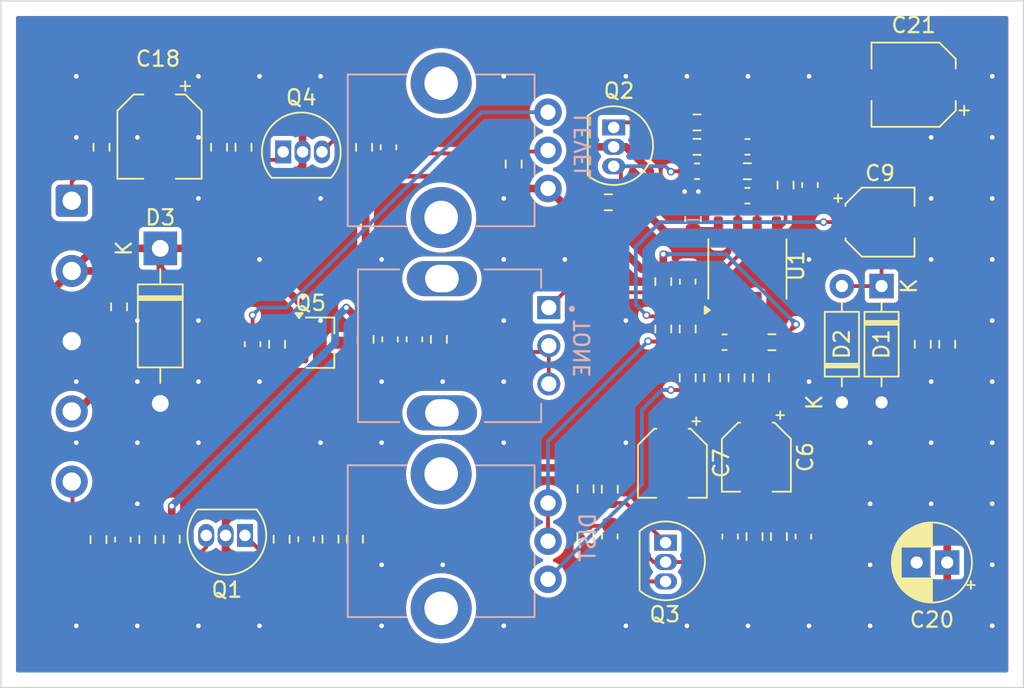
<source format=kicad_pcb>
(kicad_pcb (version 20240108) (generator "pcbnew") (generator_version "8.0")
  (layers (0 "F.Cu" signal) (31 "B.Cu" signal) (34 "B.Paste" user) (35 "F.Paste" user) (36 "B.SilkS" user "B.Silkscreen") (37 "F.SilkS" user "F.Silkscreen") (38 "B.Mask" user) (39 "F.Mask" user) (44 "Edge.Cuts" user))
  (net 0 "")
  (net 1 "Net-(C1-Pad2)")
  (net 2 "Net-(C2-Pad2)")
  (net 3 "Net-(Q2-B)")
  (net 4 "Net-(C4-Pad2)")
  (net 5 "Net-(C5-Pad2)")
  (net 6 "Net-(C6-Pad1)")
  (net 7 "VCC")
  (net 8 "Net-(Q2-E)")
  (net 9 "Net-(C7-Pad1)")
  (net 10 "Net-(C9-Pad1)")
  (net 11 "/DIST")
  (net 12 "Net-(C10-Pad1)")
  (net 13 "Net-(C13-Pad2)")
  (net 14 "GND")
  (net 15 "Net-(C16-Pad2)")
  (net 16 "/AIN")
  (net 17 "Net-(Q3-E)")
  (net 18 "VDD")
  (net 19 "Net-(C17-Pad1)")
  (net 20 "Net-(R17-Pad2)")
  (net 21 "Net-(R25-Pad2)")
  (net 22 "/AOUT")
  (net 23 "/LED")
  (net 24 "/OPIN2+")
  (net 25 "/OPIN2-")
  (net 26 "/OPOUT2")
  (net 27 "/Q3B")
  (net 28 "/OPIN1-")
  (net 29 "/Q1E")
  (net 30 "/Q3C")
  (net 31 "/INT1")
  (net 32 "/Q1B")
  (net 33 "/OPIN1+")
  (net 34 "/INT2")
  (net 35 "/Q4B")
  (net 36 "/Q4E")
  (net 37 "Net-(C18-Pad1)")
  (net 38 "Net-(DIST1-Pad1)")
  (net 39 "Net-(D1-K)")
  (net 40 "Net-(Q4-B)")
  (net 41 "Net-(Q4-E)")
  (footprint "Capacitor_SMD:CP_Elec_4x5.3" (layer "F.Cu") (at 60.5 46.3 -90)
    (property "Reference" "C7")
    (property "Value" "1u")
  )
  (footprint "Capacitor_SMD:C_0603_1608Metric" (layer "F.Cu") (at 41.9 25.6 90)
    (property "Reference" "C17" (hide yes))
    (property "Value" "1u")
  )
  (footprint "Resistor_SMD:R_0603_1608Metric" (layer "F.Cu") (at 67.0125 38.3699)
    (property "Reference" "R13" (hide yes))
    (property "Value" "1M")
  )
  (footprint "Resistor_SMD:R_0603_1608Metric" (layer "F.Cu") (at 59.9 37.5 -90)
    (property "Reference" "R18" (hide yes))
    (property "Value" "1k")
  )
  (footprint "Resistor_SMD:R_0603_1608Metric" (layer "F.Cu") (at 23.1 25.6 90)
    (property "Reference" "R31" (hide yes))
    (property "Value" "100k")
  )
  (footprint "Capacitor_SMD:C_0603_1608Metric" (layer "F.Cu") (at 69.5125 28.0699 -90)
    (property "Reference" "C22" (hide yes))
    (property "Value" "100n")
  )
  (footprint "Package_TO_SOT_THT:TO-92L_Inline" (layer "F.Cu") (at 56.6525 24.2999 -90)
    (property "Reference" "Q2")
    (property "Value" "2SC1815")
  )
  (footprint "Resistor_SMD:R_0603_1608Metric" (layer "F.Cu") (at 38.1 51.275 -90)
    (property "Reference" "R5" (hide yes))
    (property "Value" "16k")
  )
  (footprint "Resistor_SMD:R_0603_1608Metric" (layer "F.Cu") (at 50.1 26.7 -90)
    (property "Reference" "R35" (hide yes))
    (property "Value" "12k")
  )
  (footprint "Capacitor_SMD:C_0603_1608Metric" (layer "F.Cu") (at 65.4125 25.5699)
    (property "Reference" "C10" (hide yes))
    (property "Value" "470n")
  )
  (footprint "Resistor_SMD:R_0603_1608Metric" (layer "F.Cu") (at 67.4775 51.1 90)
    (property "Reference" "R11" (hide yes))
    (property "Value" "10k")
  )
  (footprint "Resistor_SMD:R_0603_1608Metric" (layer "F.Cu") (at 76.9 38.5 -90)
    (property "Reference" "R34" (hide yes))
    (property "Value" "10k")
  )
  (footprint "Connector_Wire:SolderWire-0.5sqmm_1x05_P4.6mm_D0.9mm_OD2.1mm" (layer "F.Cu") (at 21.15 29.1 -90)
    (property "Reference" "J1" (hide yes))
    (property "Value" "Conn_01x05")
  )
  (footprint "Resistor_SMD:R_0603_1608Metric" (layer "F.Cu") (at 62.1125 23.9699)
    (property "Reference" "R22" (hide yes))
    (property "Value" "10K")
  )
  (footprint "Capacitor_SMD:C_0603_1608Metric" (layer "F.Cu") (at 62.1125 27.1699)
    (property "Reference" "C11" (hide yes))
    (property "Value" "68n")
  )
  (footprint "Resistor_SMD:R_0603_1608Metric" (layer "F.Cu") (at 26.1 51.3 90)
    (property "Reference" "R2" (hide yes))
    (property "Value" "1k")
  )
  (footprint "Capacitor_SMD:CP_Elec_4x5.4" (layer "F.Cu") (at 74.1 30.5)
    (property "Reference" "C9")
    (property "Value" "4u7")
  )
  (footprint "Resistor_SMD:R_0603_1608Metric" (layer "F.Cu") (at 45.2 38.185 -90)
    (property "Reference" "R25" (hide yes))
    (property "Value" "2k4")
  )
  (footprint "Resistor_SMD:R_0603_1608Metric" (layer "F.Cu") (at 40.3 25.6 -90)
    (property "Reference" "R28" (hide yes))
    (property "Value" "510k")
  )
  (footprint "Capacitor_SMD:C_0603_1608Metric" (layer "F.Cu") (at 33 38.5 90)
    (property "Reference" "C16" (hide yes))
    (property "Value" "1u")
  )
  (footprint "Resistor_SMD:R_0603_1608Metric" (layer "F.Cu") (at 22.9 51.3 -90)
    (property "Reference" "R1" (hide yes))
    (property "Value" "2M")
  )
  (footprint "Package_TO_SOT_THT:TO-92L_Inline" (layer "F.Cu") (at 32.5 51.025 180)
    (property "Reference" "Q1")
    (property "Value" "2SC1815")
  )
  (footprint "Resistor_SMD:R_0603_1608Metric" (layer "F.Cu") (at 66.3 40.7 -90)
    (property "Reference" "R12" (hide yes))
    (property "Value" "10k")
  )
  (footprint "Capacitor_SMD:CP_Elec_5x5.3" (layer "F.Cu") (at 26.9 24.9 -90)
    (property "Reference" "C18")
    (property "Value" "10u")
  )
  (footprint "Resistor_SMD:R_0603_1608Metric" (layer "F.Cu") (at 56.4 48 90)
    (property "Reference" "R9" (hide yes))
    (property "Value" "390")
  )
  (footprint "Package_SO:SOIC-8_3.9x4.9mm_P1.27mm" (layer "F.Cu") (at 65.4125 33.5699 90)
    (property "Reference" "U1")
    (property "Value" "RC4558")
  )
  (footprint "Resistor_SMD:R_0603_1608Metric" (layer "F.Cu") (at 32.4 25.6 90)
    (property "Reference" "R29" (hide yes))
    (property "Value" "10k")
  )
  (footprint "Capacitor_SMD:C_0603_1608Metric" (layer "F.Cu") (at 56.4 51.1 90)
    (property "Reference" "C3" (hide yes))
    (property "Value" "30p")
  )
  (footprint "Resistor_SMD:R_0603_1608Metric" (layer "F.Cu") (at 65.8775 51.1 90)
    (property "Reference" "R10" (hide yes))
    (property "Value" "24k")
  )
  (footprint "Resistor_SMD:R_0603_1608Metric" (layer "F.Cu") (at 40.4 38.185 90)
    (property "Reference" "R26" (hide yes))
    (property "Value" "1M")
  )
  (footprint "Package_TO_SOT_SMD:SC-59" (layer "F.Cu") (at 37.4 38.4)
    (property "Reference" "Q5")
    (property "Value" "2SK209")
  )
  (footprint "Capacitor_SMD:C_0603_1608Metric" (layer "F.Cu") (at 64.2775 51.1 90)
    (property "Reference" "C4" (hide yes))
    (property "Value" "100n")
  )
  (footprint "Resistor_SMD:R_0603_1608Metric" (layer "F.Cu") (at 39.7 51.275 -90)
    (property "Reference" "R6" (hide yes))
    (property "Value" "270k")
  )
  (footprint "Resistor_SMD:R_0603_1608Metric" (layer "F.Cu") (at 54.8125 47.975 -90)
    (property "Reference" "R8" (hide yes))
    (property "Value" "47k")
  )
  (footprint "Resistor_SMD:R_0603_1608Metric" (layer "F.Cu") (at 34.9 51.275 90)
    (property "Reference" "R4" (hide yes))
    (property "Value" "10k")
  )
  (footprint "Capacitor_SMD:C_0603_1608Metric" (layer "F.Cu") (at 61.85 30.3 -90)
    (property "Reference" "C19" (hide yes))
    (property "Value" "100n")
  )
  (footprint "Resistor_SMD:R_0603_1608Metric" (layer "F.Cu") (at 54.8 51.1 -90)
    (property "Reference" "R7" (hide yes))
    (property "Value" "560k")
  )
  (footprint "Resistor_SMD:R_0603_1608Metric" (layer "F.Cu") (at 61.5 40.7 90)
    (property "Reference" "R16" (hide yes))
    (property "Value" "200")
  )
  (footprint "Package_TO_SOT_THT:TO-92L_Inline" (layer "F.Cu") (at 60.05 51.5 -90)
    (property "Reference" "Q3")
    (property "Value" "2SC1815")
  )
  (footprint "Capacitor_SMD:C_0603_1608Metric" (layer "F.Cu") (at 61.5 34.4 -90)
    (property "Reference" "C13" (hide yes))
    (property "Value" "4u7")
  )
  (footprint "Resistor_SMD:R_0603_1608Metric" (layer "F.Cu") (at 62.1125 25.5699)
    (property "Reference" "R21" (hide yes))
    (property "Value" "820")
  )
  (footprint "Resistor_SMD:R_0603_1608Metric" (layer "F.Cu") (at 59.9 34.4 90)
    (property "Reference" "R24" (hide yes))
    (property "Value" "510k")
  )
  (footprint "Capacitor_SMD:CP_Elec_4x5.3" (layer "F.Cu") (at 66 45.9 -90)
    (property "Reference" "C6")
    (property "Value" "1u")
  )
  (footprint "Resistor_SMD:R_0603_1608Metric" (layer "F.Cu") (at 61.5 37.5 90)
    (property "Reference" "R17" (hide yes))
    (property "Value" "200")
  )
  (footprint "Resistor_SMD:R_0603_1608Metric" (layer "F.Cu") (at 63.1 40.7 -90)
    (property "Reference" "R15" (hide yes))
    (property "Value" "180")
  )
  (footprint "Capacitor_SMD:C_0603_1608Metric" (layer "F.Cu") (at 36.5 51.275 90)
    (property "Reference" "C2" (hide yes))
    (property "Value" "10n")
  )
  (footprint "Resistor_SMD:R_0603_1608Metric" (layer "F.Cu") (at 67.9125 28.0699 90)
    (property "Reference" "R19" (hide yes))
    (property "Value" "1M")
  )
  (footprint "Capacitor_SMD:C_0603_1608Metric" (layer "F.Cu") (at 42 38.185 -90)
    (property "Reference" "C15" (hide yes))
    (property "Value" "22n")
  )
  (footprint "Resistor_SMD:R_0603_1608Metric" (layer "F.Cu") (at 78.5 38.5 -90)
    (property "Reference" "R33" (hide yes))
    (property "Value" "10k")
  )
  (footprint "Capacitor_THT:CP_Radial_D5.0mm_P2.00mm" (layer "F.Cu") (at 78.5 52.8 180)
    (property "Reference" "C20")
    (property "Value" "100u")
  )
  (footprint "Resistor_SMD:R_0603_1608Metric" (layer "F.Cu") (at 24.25 36.05 -90)
    (property "Reference" "R32" (hide yes))
    (property "Value" "4k7")
  )
  (footprint "Diode_THT:D_DO-41_SOD81_P10.16mm_Horizontal" (layer "F.Cu") (at 26.95 32.22 -90)
    (property "Reference" "D3")
    (property "Value" "1N4002")
  )
  (footprint "Capacitor_SMD:C_0603_1608Metric" (layer "F.Cu") (at 69.0775 51.1 90)
    (property "Reference" "C5" (hide yes))
    (property "Value" "22n")
  )
  (footprint "Resistor_SMD:R_0603_1608Metric" (layer "F.Cu") (at 30.8 25.6 -90)
    (property "Reference" "R30" (hide yes))
    (property "Value" "470")
  )
  (footprint "Resistor_SMD:R_0603_1608Metric" (layer "F.Cu") (at 56.3 29.2 180)
    (property "Reference" "R20" (hide yes))
    (property "Value" "82k")
  )
  (footprint "Resistor_SMD:R_0603_1608Metric" (layer "F.Cu") (at 27.7 51.275 90)
    (property "Reference" "R3" (hide yes))
    (property "Value" "510k")
  )
  (footprint "Capacitor_SMD:C_0603_1608Metric" (layer "F.Cu") (at 43.6 38.185 90)
    (property "Reference" "C14" (hide yes))
    (property "Value" "3n3")
  )
  (footprint "Capacitor_SMD:CP_Elec_5x5.3" (layer "F.Cu") (at 76.3 21.5 180)
    (property "Reference" "C21")
    (property "Value" "47u")
  )
  (footprint "Diode_THT:D_DO-35_SOD27_P7.62mm_Horizontal" (layer "F.Cu") (at 71.6 42.31 90)
    (property "Reference" "D2")
    (property "Value" "1N4148")
  )
  (footprint "Resistor_SMD:R_0603_1608Metric" (layer "F.Cu") (at 64.7 40.7 -90)
    (property "Reference" "R14" (hide yes))
    (property "Value" "4k7")
  )
  (footprint "Package_TO_SOT_THT:TO-92L_Inline" (layer "F.Cu") (at 35 25.9)
    (property "Reference" "Q4")
    (property "Value" "2SC1815")
  )
  (footprint "Diode_THT:D_DO-35_SOD27_P7.62mm_Horizontal" (layer "F.Cu") (at 74.2 34.69 -90)
    (property "Reference" "D1")
    (property "Value" "1N4148")
  )
  (footprint "Resistor_SMD:R_0603_1608Metric" (layer "F.Cu") (at 65.4125 27.1699)
    (property "Reference" "R23" (hide yes))
    (property "Value" "3K")
  )
  (footprint "Capacitor_SMD:C_0603_1608Metric" (layer "F.Cu") (at 65.4125 28.7699 180)
    (property "Reference" "C12" (hide yes))
    (property "Value" "100p")
  )
  (footprint "Capacitor_SMD:C_0603_1608Metric" (layer "F.Cu") (at 24.5 51.3 90)
    (property "Reference" "C1" (hide yes))
    (property "Value" "47n")
  )
  (footprint "Capacitor_SMD:C_0603_1608Metric" (layer "F.Cu") (at 63.9125 38.3699 180)
    (property "Reference" "C8" (hide yes))
    (property "Value" "100p")
  )
  (footprint "Resistor_SMD:R_0603_1608Metric" (layer "F.Cu") (at 34.6 38.5 90)
    (property "Reference" "R27" (hide yes))
    (property "Value" "10k")
  )
  (footprint "PT01:TRIM_PT01-D125D-B503" (layer "B.Cu") (at 45.4 38.6 -90)
    (property "Reference" "TONE")
    (property "Value" "B50k")
  )
  (footprint "Potentiometer_THT:Potentiometer_Bourns_PTV09A-1_Single_Vertical" (layer "B.Cu") (at 52.35 53.9 180)
    (property "Reference" "DIST1" (hide yes))
    (property "Value" "A20k")
  )
  (footprint "Potentiometer_THT:Potentiometer_Bourns_PTV09A-1_Single_Vertical" (layer "B.Cu") (at 52.35 28.3 180)
    (property "Reference" "LEVEL")
    (property "Value" "A100k")
  )
  (gr_rect (start 16.5 16) (end 83.5 61) (stroke (width 0.1)) (fill none) (layer "Edge.Cuts"))
  (gr_text "DIST" (at 55.5425 49.455 90) (layer "B.SilkS") (effects (font (size 1 1) (thickness 0.15) (bold yes)) (justify left bottom mirror)))
  (segment (start 24.5 50.525) (end 26.05 50.525) (width 0.25) (layer "F.Cu") (net 1))
  (segment (start 26.05 50.525) (end 26.1 50.475) (width 0.25) (layer "F.Cu") (net 1))
  (segment (start 38.05 50.5) (end 38.1 50.45) (width 0.25) (layer "F.Cu") (net 2))
  (segment (start 36.5 50.5) (end 38.05 50.5) (width 0.25) (layer "F.Cu") (net 2))
  (segment (start 57.125 29.2) (end 57.125 27.3124) (width 0.25) (layer "F.Cu") (net 3))
  (segment (start 60.4301 27.1699) (end 60.4 27.2) (width 0.25) (layer "F.Cu") (net 3))
  (segment (start 57.125 27.3124) (end 56.6525 26.8399) (width 0.25) (layer "F.Cu") (net 3))
  (segment (start 61.3375 27.1699) (end 60.4301 27.1699) (width 0.25) (layer "F.Cu") (net 3))
  (via (at 60.4 27.2) (size 0.5) (drill 0.3) (layers "F.Cu" "B.Cu") (net 3))
  (segment (start 60.0399 26.8399) (end 56.6525 26.8399) (width 0.25) (layer "B.Cu") (net 3))
  (segment (start 60.4 27.2) (end 60.0399 26.8399) (width 0.25) (layer "B.Cu") (net 3))
  (segment (start 64.3275 50.275) (end 64.2775 50.325) (width 0.25) (layer "F.Cu") (net 4))
  (segment (start 65.8775 50.275) (end 64.3275 50.275) (width 0.25) (layer "F.Cu") (net 4))
  (segment (start 66.3 41.525) (end 67.025 41.525) (width 0.25) (layer "F.Cu") (net 5))
  (segment (start 69.0775 43.5775) (end 69.0775 50.325) (width 0.25) (layer "F.Cu") (net 5))
  (segment (start 67.025 41.525) (end 69.0775 43.5775) (width 0.25) (layer "F.Cu") (net 5))
  (segment (start 64.7 41.525) (end 64.7 42.8) (width 0.25) (layer "F.Cu") (net 6))
  (segment (start 64.7 42.8) (end 66 44.1) (width 0.25) (layer "F.Cu") (net 6))
  (segment (start 21.15 33.7) (end 22.63 32.22) (width 0.5) (layer "F.Cu") (net 7))
  (segment (start 55.1199 25.5699) (end 56.6525 25.5699) (width 0.5) (layer "F.Cu") (net 7))
  (segment (start 42.35 18.3) (end 50.3 18.3) (width 0.5) (layer "F.Cu") (net 7))
  (segment (start 54.4 22.4) (end 54.4 24.85) (width 0.5) (layer "F.Cu") (net 7))
  (segment (start 20.65 33.7) (end 22.725 33.7) (width 0.5) (layer "F.Cu") (net 7))
  (segment (start 57.4525 25.5699) (end 59.05 27.1674) (width 0.5) (layer "F.Cu") (net 7))
  (segment (start 50.3 18.3) (end 54.4 22.4) (width 0.5) (layer "F.Cu") (net 7))
  (segment (start 59.05 30.15) (end 60.05 31.15) (width 0.5) (layer "F.Cu") (net 7))
  (segment (start 36.3 37.35) (end 36.2 37.45) (width 0.5) (layer "F.Cu") (net 7))
  (segment (start 38.2 58.9) (end 75.5 58.9) (width 0.5) (layer "F.Cu") (net 7))
  (segment (start 31.23 50.12) (end 32.8 48.55) (width 0.5) (layer "F.Cu") (net 7))
  (segment (start 56.6525 25.5699) (end 57.4525 25.5699) (width 0.5) (layer "F.Cu") (net 7))
  (segment (start 78.5 52.8) (end 78.5 39.325) (width 0.5) (layer "F.Cu") (net 7))
  (segment (start 54.2625 46.6) (end 54.8125 47.15) (width 0.5) (layer "F.Cu") (net 7))
  (segment (start 22.63 32.22) (end 30.88 32.22) (width 0.5) (layer "F.Cu") (net 7))
  (segment (start 61.85 31.075) (end 63.4876 31.075) (width 0.5) (layer "F.Cu") (net 7))
  (segment (start 60.05 31.15) (end 61.775 31.15) (width 0.5) (layer "F.Cu") (net 7))
  (segment (start 36.2 37.45) (end 36.2 35.9) (width 0.5) (layer "F.Cu") (net 7))
  (segment (start 36.27 25.9) (end 36.27 24.38) (width 0.5) (layer "F.Cu") (net 7))
  (segment (start 78.5 55.9) (end 78.5 52.8) (width 0.5) (layer "F.Cu") (net 7))
  (segment (start 41.8 48.55) (end 43.65 50.4) (width 0.5) (layer "F.Cu") (net 7))
  (segment (start 51.3 46.6) (end 54.2625 46.6) (width 0.5) (layer "F.Cu") (net 7))
  (segment (start 36.27 26.83) (end 36.27 25.9) (width 0.5) (layer "F.Cu") (net 7))
  (segment (start 31.23 51.025) (end 31.23 50.12) (width 0.5) (layer "F.Cu") (net 7))
  (segment (start 36.2 35.9) (end 35.2 34.9) (width 0.5) (layer "F.Cu") (net 7))
  (segment (start 30.88 32.22) (end 36.27 26.83) (width 0.5) (layer "F.Cu") (net 7))
  (segment (start 18.95 35.9) (end 18.95 51.05) (width 0.5) (layer "F.Cu") (net 7))
  (segment (start 28.3 34.9) (end 26.95 33.55) (width 0.5) (layer "F.Cu") (net 7))
  (segment (start 36.1 37.15) (end 36.4 37.45) (width 0.5) (layer "F.Cu") (net 7))
  (segment (start 32.8 48.55) (end 41.8 48.55) (width 0.5) (layer "F.Cu") (net 7))
  (segment (start 35.2 34.9) (end 28.3 34.9) (width 0.5) (layer "F.Cu") (net 7))
  (segment (start 29.55 53.9) (end 31.23 52.22) (width 0.5) (layer "F.Cu") (net 7))
  (segment (start 36.27 25.9) (end 36.3 25.93) (width 0.5) (layer "F.Cu") (net 7))
  (segment (start 36.27 24.38) (end 42.35 18.3) (width 0.5) (layer "F.Cu") (net 7))
  (segment (start 61.775 31.15) (end 61.85 31.075) (width 0.5) (layer "F.Cu") (net 7))
  (segment (start 21.8 53.9) (end 29.55 53.9) (width 0.5) (layer "F.Cu") (net 7))
  (segment (start 18.95 51.05) (end 21.8 53.9) (width 0.5) (layer "F.Cu") (net 7))
  (segment (start 31.23 51.025) (end 31.23 51.93) (width 0.5) (layer "F.Cu") (net 7))
  (segment (start 21.15 33.7) (end 18.95 35.9) (width 0.5) (layer "F.Cu") (net 7))
  (segment (start 75.5 58.9) (end 78.5 55.9) (width 0.5) (layer "F.Cu") (net 7))
  (segment (start 31.23 52.22) (end 31.23 51.025) (width 0.5) (layer "F.Cu") (net 7))
  (segment (start 54.4 24.85) (end 55.1199 25.5699) (width 0.5) (layer "F.Cu") (net 7))
  (segment (start 63.4876 31.075) (end 63.5075 31.0949) (width 0.5) (layer "F.Cu") (net 7))
  (segment (start 26.95 33.55) (end 26.95 32.22) (width 0.5) (layer "F.Cu") (net 7))
  (segment (start 59.05 27.1674) (end 59.05 30.15) (width 0.5) (layer "F.Cu") (net 7))
  (segment (start 31.23 51.93) (end 38.2 58.9) (width 0.5) (layer "F.Cu") (net 7))
  (segment (start 22.725 33.7) (end 24.25 35.225) (width 0.5) (layer "F.Cu") (net 7))
  (segment (start 47.5 50.4) (end 51.3 46.6) (width 0.5) (layer "F.Cu") (net 7))
  (segment (start 43.65 50.4) (end 47.5 50.4) (width 0.5) (layer "F.Cu") (net 7))
  (segment (start 61.2875 23.9699) (end 56.9825 23.9699) (width 0.25) (layer "F.Cu") (net 8))
  (segment (start 61.2875 25.5699) (end 61.2875 23.9699) (width 0.25) (layer "F.Cu") (net 8))
  (segment (start 56.9825 23.9699) (end 56.6525 24.2999) (width 0.25) (layer "F.Cu") (net 8))
  (segment (start 63.1 41.9) (end 63.1 41.525) (width 0.25) (layer "F.Cu") (net 9))
  (segment (start 60.5 44.5) (end 63.1 41.9) (width 0.25) (layer "F.Cu") (net 9))
  (segment (start 58.875 36.675) (end 58.8 36.6) (width 0.25) (layer "F.Cu") (net 10))
  (segment (start 70.4 30.5) (end 72.3 30.5) (width 0.25) (layer "F.Cu") (net 10))
  (segment (start 59.9 36.675) (end 58.875 36.675) (width 0.25) (layer "F.Cu") (net 10))
  (via (at 58.8 36.6) (size 0.5) (drill 0.3) (layers "F.Cu" "B.Cu") (net 10))
  (via (at 70.4 30.5) (size 0.5) (drill 0.3) (layers "F.Cu" "B.Cu") (net 10))
  (segment (start 58.8 36.6) (end 58.1 35.9) (width 0.25) (layer "B.Cu") (net 10))
  (segment (start 59.7 30.5) (end 70.4 30.5) (width 0.25) (layer "B.Cu") (net 10))
  (segment (start 58.1 35.9) (end 58.1 32.1) (width 0.25) (layer "B.Cu") (net 10))
  (segment (start 58.1 32.1) (end 59.7 30.5) (width 0.25) (layer "B.Cu") (net 10))
  (segment (start 61.5449 38.3699) (end 61.5 38.325) (width 0.25) (layer "F.Cu") (net 11))
  (segment (start 58.9 38.3) (end 58.925 38.325) (width 0.25) (layer "F.Cu") (net 11))
  (segment (start 52.35 48.9) (end 52.35 51.4) (width 0.25) (layer "F.Cu") (net 11))
  (segment (start 61.5 38.325) (end 58.925 38.325) (width 0.25) (layer "F.Cu") (net 11))
  (segment (start 58.925 38.325) (end 59.9 38.325) (width 0.25) (layer "F.Cu") (net 11))
  (segment (start 63.1375 38.3699) (end 61.5449 38.3699) (width 0.25) (layer "F.Cu") (net 11))
  (via (at 58.9 38.3) (size 0.5) (drill 0.3) (layers "F.Cu" "B.Cu") (net 11))
  (segment (start 52.35 48.9) (end 52.35 44.85) (width 0.25) (layer "B.Cu") (net 11))
  (segment (start 52.35 44.85) (end 58.9 38.3) (width 0.25) (layer "B.Cu") (net 11))
  (segment (start 64.6375 25.5699) (end 62.9375 25.5699) (width 0.25) (layer "F.Cu") (net 12))
  (segment (start 62.9375 25.5699) (end 62.9375 27.1199) (width 0.25) (layer "F.Cu") (net 12))
  (segment (start 62.9375 27.1199) (end 62.8875 27.1699) (width 0.25) (layer "F.Cu") (net 12))
  (segment (start 61.425 35.1) (end 60.025 35.1) (width 0.25) (layer "F.Cu") (net 13))
  (segment (start 59.9 35.225) (end 59.775 35.1) (width 0.25) (layer "F.Cu") (net 13))
  (segment (start 61.5 35.175) (end 61.425 35.1) (width 0.25) (layer "F.Cu") (net 13))
  (segment (start 53.4 35.1) (end 52.4 36.1) (width 0.25) (layer "F.Cu") (net 13))
  (segment (start 59.775 35.1) (end 53.4 35.1) (width 0.25) (layer "F.Cu") (net 13))
  (segment (start 60.025 35.1) (end 59.9 35.225) (width 0.25) (layer "F.Cu") (net 13))
  (via (at 81.45 24.95) (size 0.5) (drill 0.3) (layers "F.Cu" "B.Cu") (net 14))
  (via (at 25.45 40.95) (size 0.5) (drill 0.3) (layers "F.Cu" "B.Cu") (net 14))
  (via (at 41.45 32.95) (size 0.5) (drill 0.3) (layers "F.Cu" "B.Cu") (net 14))
  (via (at 73.45 44.95) (size 0.5) (drill 0.3) (layers "F.Cu" "B.Cu") (net 14))
  (via (at 25.45 44.95) (size 0.5) (drill 0.3) (layers "F.Cu" "B.Cu") (net 14))
  (via (at 33.45 40.95) (size 0.5) (drill 0.3) (layers "F.Cu" "B.Cu") (net 14))
  (via (at 29.45 28.95) (size 0.5) (drill 0.3) (layers "F.Cu" "B.Cu") (net 14))
  (via (at 21.45 20.95) (size 0.5) (drill 0.3) (layers "F.Cu" "B.Cu") (net 14))
  (via (at 81.45 20.95) (size 0.5) (drill 0.3) (layers "F.Cu" "B.Cu") (net 14))
  (via (at 77.45 40.95) (size 0.5) (drill 0.3) (layers "F.Cu" "B.Cu") (net 14))
  (via (at 33.45 56.95) (size 0.5) (drill 0.3) (layers "F.Cu" "B.Cu") (net 14))
  (via (at 29.45 20.95) (size 0.5) (drill 0.3) (layers "F.Cu" "B.Cu") (net 14))
  (via (at 25.45 56.95) (size 0.5) (drill 0.3) (layers "F.Cu" "B.Cu") (net 14))
  (via (at 21.45 40.95) (size 0.5) (drill 0.3) (layers "F.Cu" "B.Cu") (net 14))
  (via (at 29.45 44.95) (size 0.5) (drill 0.3) (layers "F.Cu" "B.Cu") (net 14))
  (via (at 33.45 32.95) (size 0.5) (drill 0.3) (layers "F.Cu" "B.Cu") (net 14))
  (via (at 25.45 36.95) (size 0.5) (drill 0.3) (layers "F.Cu" "B.Cu") (net 14))
  (via (at 65.45 20.95) (size 0.5) (drill 0.3) (layers "F.Cu" "B.Cu") (net 14))
  (via (at 81.45 48.95) (size 0.5) (drill 0.3) (layers "F.Cu" "B.Cu") (net 14))
  (via (at 65.45 56.95) (size 0.5) (drill 0.3) (layers "F.Cu" "B.Cu") (net 14))
  (via (at 41.45 56.95) (size 0.5) (drill 0.3) (layers "F.Cu" "B.Cu") (net 14))
  (via (at 49.45 40.95) (size 0.5) (drill 0.3) (layers "F.Cu" "B.Cu") (net 14))
  (via (at 57.45 44.95) (size 0.5) (drill 0.3) (layers "F.Cu" "B.Cu") (net 14))
  (via (at 62.2 28.5) (size 0.5) (drill 0.3) (layers "F.Cu" "B.Cu") (net 14))
  (via (at 29.45 36.95) (size 0.5) (drill 0.3) (layers "F.Cu" "B.Cu") (net 14))
  (via (at 29.45 56.95) (size 0.5) (drill 0.3) (layers "F.Cu" "B.Cu") (net 14))
  (via (at 45.45 40.95) (size 0.5) (drill 0.3) (layers "F.Cu" "B.Cu") (net 14))
  (via (at 81.45 28.95) (size 0.5) (drill 0.3) (layers "F.Cu" "B.Cu") (net 14))
  (via (at 81.45 40.95) (size 0.5) (drill 0.3) (layers "F.Cu" "B.Cu") (net 14))
  (via (at 25.45 24.95) (size 0.5) (drill 0.3) (layers "F.Cu" "B.Cu") (net 14))
  (via (at 61.45 56.95) (size 0.5) (drill 0.3) (layers "F.Cu" "B.Cu") (net 14))
  (via (at 41.45 44.95) (size 0.5) (drill 0.3) (layers "F.Cu" "B.Cu") (net 14))
  (via (at 41.45 40.95) (size 0.5) (drill 0.3) (layers "F.Cu" "B.Cu") (net 14))
  (via (at 73.45 48.95) (size 0.5) (drill 0.3) (layers "F.Cu" "B.Cu") (net 14))
  (via (at 77.45 28.95) (size 0.5) (drill 0.3) (layers "F.Cu" "B.Cu") (net 14))
  (via (at 57.45 20.95) (size 0.5) (drill 0.3) (layers "F.Cu" "B.Cu") (net 14))
  (via (at 77.45 24.95) (size 0.5) (drill 0.3) (layers "F.Cu" "B.Cu") (net 14))
  (via (at 49.45 44.95) (size 0.5) (drill 0.3) (layers "F.Cu" "B.Cu") (net 14))
  (via (at 37.45 36.95) (size 0.5) (drill 0.3) (layers "F.Cu" "B.Cu") (net 14))
  (via (at 29.45 24.95) (size 0.5) (drill 0.3) (layers "F.Cu" "B.Cu") (net 14))
  (via (at 37.45 28.95) (size 0.5) (drill 0.3) (layers "F.Cu" "B.Cu") (net 14))
  (via (at 25.45 48.95) (size 0.5) (drill 0.3) (layers "F.Cu" "B.Cu") (net 14))
  (via (at 21.45 44.95) (size 0.5) (drill 0.3) (layers "F.Cu" "B.Cu") (net 14))
  (via (at 57.45 36.95) (size 0.5) (drill 0.3) (layers "F.Cu" "B.Cu") (net 14))
  (via (at 37.45 44.95) (size 0.5) (drill 0.3) (layers "F.Cu" "B.Cu") (net 14))
  (via (at 69.45 40.95) (size 0.5) (drill 0.3) (layers "F.Cu" "B.Cu") (net 14))
  (via (at 81.45 52.95) (size 0.5) (drill 0.3) (layers "F.Cu" "B.Cu") (net 14))
  (via (at 73.45 56.95) (size 0.5) (drill 0.3) (layers "F.Cu" "B.Cu") (net 14))
  (via (at 21.45 24.95) (size 0.5) (drill 0.3) (layers "F.Cu" "B.Cu") (net 14))
  (via (at 81.45 36.95) (size 0.5) (drill 0.3) (layers "F.Cu" "B.Cu") (net 14))
  (via (at 81.45 56.95) (size 0.5) (drill 0.3) (layers "F.Cu" "B.Cu") (net 14))
  (via (at 61.3 28.5) (size 0.5) (drill 0.3) (layers "F.Cu" "B.Cu") (net 14))
  (via (at 21.45 56.95) (size 0.5) (drill 0.3) (layers "F.Cu" "B.Cu") (net 14))
  (via (at 49.45 56.95) (size 0.5) (drill 0.3) (layers "F.Cu" "B.Cu") (net 14))
  (via (at 81.45 32.95) (size 0.5) (drill 0.3) (layers "F.Cu" "B.Cu") (net 14))
  (via (at 37.45 20.95) (size 0.5) (drill 0.3) (layers "F.Cu" "B.Cu") (net 14))
  (via (at 33.45 20.95) (size 0.5) (drill 0.3) (layers "F.Cu" "B.Cu") (net 14))
  (via (at 49.45 32.95) (size 0.5) (drill 0.3) (layers "F.Cu" "B.Cu") (net 14))
  (via (at 45.45 52.95) (size 0.5) (drill 0.3) (layers "F.Cu" "B.Cu") (net 14))
  (via (at 53.45 32.95) (size 0.5) (drill 0.3) (layers "F.Cu" "B.Cu") (net 14))
  (via (at 49.45 20.95) (size 0.5) (drill 0.3) (layers "F.Cu" "B.Cu") (net 14))
  (via (at 57.45 56.95) (size 0.5) (drill 0.3) (layers "F.Cu" "B.Cu") (net 14))
  (via (at 77.45 44.95) (size 0.5) (drill 0.3) (layers "F.Cu" "B.Cu") (net 14))
  (via (at 69.45 20.95) (size 0.5) (drill 0.3) (layers "F.Cu" "B.Cu") (net 14))
  (via (at 49.45 28.95) (size 0.5) (drill 0.3) (layers "F.Cu" "B.Cu") (net 14))
  (via (at 73.45 52.95) (size 0.5) (drill 0.3) (layers "F.Cu" "B.Cu") (net 14))
  (via (at 69.45 32.95) (size 0.5) (drill 0.3) (layers "F.Cu" "B.Cu") (net 14))
  (via (at 69.45 56.95) (size 0.5) (drill 0.3) (layers "F.Cu" "B.Cu") (net 14))
  (via (at 81.45 44.95) (size 0.5) (drill 0.3) (layers "F.Cu" "B.Cu") (net 14))
  (via (at 29.45 40.95) (size 0.5) (drill 0.3) (layers "F.Cu" "B.Cu") (net 14))
  (via (at 41.45 52.95) (size 0.5) (drill 0.3) (layers "F.Cu" "B.Cu") (net 14))
  (via (at 77.45 48.95) (size 0.5) (drill 0.3) (layers "F.Cu" "B.Cu") (net 14))
  (via (at 49.45 36.95) (size 0.5) (drill 0.3) (layers "F.Cu" "B.Cu") (net 14))
  (via (at 61.45 20.95) (size 0.5) (drill 0.3) (layers "F.Cu" "B.Cu") (net 14))
  (via (at 77.45 32.95) (size 0.5) (drill 0.3) (layers "F.Cu" "B.Cu") (net 14))
  (segment (start 33 37.725) (end 33 36.6) (width 0.25) (layer "F.Cu") (net 15))
  (via (at 33 36.6) (size 0.5) (drill 0.3) (layers "F.Cu" "B.Cu") (net 15))
  (segment (start 33.5 36.1) (end 35.2 36.1) (width 0.25) (layer "B.Cu") (net 15))
  (segment (start 33 36.6) (end 33.5 36.1) (width 0.25) (layer "B.Cu") (net 15))
  (segment (start 48 23.3) (end 52.35 23.3) (width 0.25) (layer "B.Cu") (net 15))
  (segment (start 35.2 36.1) (end 48 23.3) (width 0.25) (layer "B.Cu") (net 15))
  (segment (start 21.15 47.5) (end 21.2 47.55) (width 0.25) (layer "F.Cu") (net 16))
  (segment (start 21.2 51.4) (end 21.925 52.125) (width 0.25) (layer "F.Cu") (net 16))
  (segment (start 21.2 47.55) (end 21.2 51.4) (width 0.25) (layer "F.Cu") (net 16))
  (segment (start 21.925 52.125) (end 22.9 52.125) (width 0.25) (layer "F.Cu") (net 16))
  (segment (start 22.9 52.125) (end 24.45 52.125) (width 0.25) (layer "F.Cu") (net 16))
  (segment (start 24.45 52.125) (end 24.5 52.075) (width 0.25) (layer "F.Cu") (net 16))
  (segment (start 56.625 48.9) (end 57.45 48.9) (width 0.25) (layer "F.Cu") (net 17))
  (segment (start 57.45 48.9) (end 60.05 51.5) (width 0.25) (layer "F.Cu") (net 17))
  (segment (start 39.14 36.1) (end 40.4 37.36) (width 0.5) (layer "F.Cu") (net 18))
  (segment (start 76.9 37.675) (end 69.325 37.675) (width 0.5) (layer "F.Cu") (net 18))
  (segment (start 78.5 21.4) (end 78.1 21) (width 0.5) (layer "F.Cu") (net 18))
  (segment (start 58.475 33.575) (end 55.475 30.575) (width 0.5) (layer "F.Cu") (net 18))
  (segment (start 40.3 26.425) (end 40.3 26.6) (width 0.3) (layer "F.Cu") (net 18))
  (segment (start 68.9 25.3) (end 74.7 25.3) (width 0.5) (layer "F.Cu") (net 18))
  (segment (start 67.8375 38.3699) (end 67.8375 37.9625) (width 0.25) (layer "F.Cu") (net 18))
  (segment (start 78.5 37.675) (end 76.9 37.675) (width 0.5) (layer "F.Cu") (net 18))
  (segment (start 59.9 33.575) (end 58.475 33.575) (width 0.5) (layer "F.Cu") (net 18))
  (segment (start 69.325 37.675) (end 68.6301 38.3699) (width 0.5) (layer "F.Cu") (net 18))
  (segment (start 40.4 26.525) (end 40.3 26.425) (width 0.5) (layer "F.Cu") (net 18))
  (segment (start 40.3 26.6) (end 41.2 27.5) (width 0.3) (layer "F.Cu") (net 18))
  (segment (start 67.9125 26.2875) (end 68.9 25.3) (width 0.5) (layer "F.Cu") (net 18))
  (segment (start 78.5 37.675) (end 78.5 21.4) (width 0.5) (layer "F.Cu") (net 18))
  (segment (start 50.875 28.3) (end 50.1 27.525) (width 0.5) (layer "F.Cu") (net 18))
  (segment (start 68.6301 38.3699) (end 67.8375 38.3699) (width 0.5) (layer "F.Cu") (net 18))
  (segment (start 40.4 37.36) (end 40.4 26.525) (width 0.5) (layer "F.Cu") (net 18))
  (segment (start 41.2 27.5) (end 50.075 27.5) (width 0.3) (layer "F.Cu") (net 18))
  (segment (start 52.35 28.3) (end 50.875 28.3) (width 0.5) (layer "F.Cu") (net 18))
  (segment (start 27.7 50.45) (end 27.7 49.1) (width 0.5) (layer "F.Cu") (net 18))
  (segment (start 67.9125 27.2449) (end 67.9125 26.2875) (width 0.5) (layer "F.Cu") (net 18))
  (segment (start 74.7 25.3) (end 78.5 21.5) (width 0.5) (layer "F.Cu") (net 18))
  (segment (start 55.475 29.2) (end 53.25 29.2) (width 0.5) (layer "F.Cu") (net 18))
  (segment (start 67.8375 37.9625) (end 68.6 37.2) (width 0.25) (layer "F.Cu") (net 18))
  (segment (start 50.075 27.5) (end 50.1 27.525) (width 0.3) (layer "F.Cu") (net 18))
  (segment (start 59.9 32.6) (end 59.9 33.575) (width 0.5) (layer "F.Cu") (net 18))
  (segment (start 53.25 29.2) (end 52.35 28.3) (width 0.5) (layer "F.Cu") (net 18))
  (segment (start 55.475 30.575) (end 55.475 29.2) (width 0.5) (layer "F.Cu") (net 18))
  (via (at 59.9 32.6) (size 0.5) (drill 0.3) (layers "F.Cu" "B.Cu") (net 18))
  (via (at 27.7 49.1) (size 0.5) (drill 0.3) (layers "F.Cu" "B.Cu") (net 18))
  (via (at 39.14 36.1) (size 0.5) (drill 0.3) (layers "F.Cu" "B.Cu") (net 18))
  (via (at 68.6 37.2) (size 0.5) (drill 0.3) (layers "F.Cu" "B.Cu") (net 18))
  (segment (start 68.6 37.2) (end 64 32.6) (width 0.25) (layer "B.Cu") (net 18))
  (segment (start 27.7 49.1) (end 38.4 38.4) (width 0.5) (layer "B.Cu") (net 18))
  (segment (start 38.4 38.4) (end 38.4 36.84) (width 0.5) (layer "B.Cu") (net 18))
  (segment (start 38.4 36.84) (end 39.14 36.1) (width 0.5) (layer "B.Cu") (net 18))
  (segment (start 64 32.6) (end 59.9 32.6) (width 0.25) (layer "B.Cu") (net 18))
  (segment (start 49.975 26) (end 50.1 25.875) (width 0.25) (layer "F.Cu") (net 19))
  (segment (start 50.1 25.875) (end 52.275 25.875) (width 0.25) (layer "F.Cu") (net 19))
  (segment (start 43 26) (end 49.975 26) (width 0.25) (layer "F.Cu") (net 19))
  (segment (start 41.9 26.375) (end 42.625 26.375) (width 0.25) (layer "F.Cu") (net 19))
  (segment (start 42.625 26.375) (end 43 26) (width 0.25) (layer "F.Cu") (net 19))
  (segment (start 52.275 25.875) (end 52.35 25.8) (width 0.25) (layer "F.Cu") (net 19))
  (segment (start 63.5075 36.675) (end 63.5075 36.0449) (width 0.25) (layer "F.Cu") (net 20))
  (segment (start 61.5 36.675) (end 63.5075 36.675) (width 0.25) (layer "F.Cu") (net 20))
  (segment (start 45.2 39.01) (end 51.99 39.01) (width 0.25) (layer "F.Cu") (net 21))
  (segment (start 52.4 41.1) (end 52.4 38.6) (width 0.25) (layer "F.Cu") (net 21))
  (segment (start 51.99 39.01) (end 52.4 38.6) (width 0.25) (layer "F.Cu") (net 21))
  (segment (start 21.15 27.85) (end 22.575 26.425) (width 0.25) (layer "F.Cu") (net 22))
  (segment (start 22.575 26.425) (end 23.1 26.425) (width 0.25) (layer "F.Cu") (net 22))
  (segment (start 21.15 29.1) (end 21.15 27.85) (width 0.25) (layer "F.Cu") (net 22))
  (segment (start 24 27.1) (end 26.9 27.1) (width 0.25) (layer "F.Cu") (net 22))
  (segment (start 23.325 26.425) (end 24 27.1) (width 0.25) (layer "F.Cu") (net 22))
  (segment (start 23.1 26.425) (end 23.325 26.425) (width 0.25) (layer "F.Cu") (net 22))
  (segment (start 24.25 40.15) (end 21.5 42.9) (width 0.5) (layer "F.Cu") (net 23))
  (segment (start 24.25 36.875) (end 24.25 40.15) (width 0.5) (layer "F.Cu") (net 23))
  (segment (start 21.5 42.9) (end 21.15 42.9) (width 0.5) (layer "F.Cu") (net 23))
  (segment (start 69.4625 28.8949) (end 69.5125 28.8449) (width 0.25) (layer "F.Cu") (net 24))
  (segment (start 67.9125 28.8949) (end 69.4625 28.8949) (width 0.25) (layer "F.Cu") (net 24))
  (segment (start 67.9125 28.8949) (end 67.9125 30.4999) (width 0.25) (layer "F.Cu") (net 24))
  (segment (start 67.9125 30.4999) (end 67.3175 31.0949) (width 0.25) (layer "F.Cu") (net 24))
  (segment (start 66.1875 28.7699) (end 66.1875 27.2199) (width 0.25) (layer "F.Cu") (net 25))
  (segment (start 66.2375 27.1699) (end 66.2375 25.6199) (width 0.25) (layer "F.Cu") (net 25))
  (segment (start 66.2375 25.6199) (end 66.1875 25.5699) (width 0.25) (layer "F.Cu") (net 25))
  (segment (start 66.1875 27.2199) (end 66.2375 27.1699) (width 0.25) (layer "F.Cu") (net 25))
  (segment (start 66.0475 31.0949) (end 66.0475 28.9099) (width 0.25) (layer "F.Cu") (net 25))
  (segment (start 66.0475 28.9099) (end 66.1875 28.7699) (width 0.25) (layer "F.Cu") (net 25))
  (segment (start 64.6375 27.2199) (end 64.5875 27.1699) (width 0.25) (layer "F.Cu") (net 26))
  (segment (start 61.5 33.625) (end 63.875 33.625) (width 0.25) (layer "F.Cu") (net 26))
  (segment (start 64.7775 28.9099) (end 64.6375 28.7699) (width 0.25) (layer "F.Cu") (net 26))
  (segment (start 64.6375 28.7699) (end 64.6375 27.2199) (width 0.25) (layer "F.Cu") (net 26))
  (segment (start 63.875 33.625) (end 64.7775 32.7225) (width 0.25) (layer "F.Cu") (net 26))
  (segment (start 64.7775 31.0949) (end 64.7775 28.9099) (width 0.25) (layer "F.Cu") (net 26))
  (segment (start 64.7775 32.7225) (end 64.7775 31.0949) (width 0.25) (layer "F.Cu") (net 26))
  (segment (start 39.7 52.1) (end 47.1 52.1) (width 0.25) (layer "F.Cu") (net 27))
  (segment (start 58.265 54.04) (end 60.05 54.04) (width 0.25) (layer "F.Cu") (net 27))
  (segment (start 47.1 52.1) (end 51.25 56.25) (width 0.25) (layer "F.Cu") (net 27))
  (segment (start 51.25 56.25) (end 53.5 56.25) (width 0.25) (layer "F.Cu") (net 27))
  (segment (start 54.8 51.9) (end 56.125 51.9) (width 0.25) (layer "F.Cu") (net 27))
  (segment (start 53.5 56.25) (end 54.8 54.95) (width 0.25) (layer "F.Cu") (net 27))
  (segment (start 54.8 54.95) (end 54.8 51.9) (width 0.25) (layer "F.Cu") (net 27))
  (segment (start 38.1 52.1) (end 39.7 52.1) (width 0.25) (layer "F.Cu") (net 27))
  (segment (start 56.125 51.9) (end 58.265 54.04) (width 0.25) (layer "F.Cu") (net 27))
  (segment (start 64.7 38.3824) (end 64.6875 38.3699) (width 0.25) (layer "F.Cu") (net 28))
  (segment (start 64.6875 36.1349) (end 64.7775 36.0449) (width 0.25) (layer "F.Cu") (net 28))
  (segment (start 63.1 39.875) (end 64.7 39.875) (width 0.25) (layer "F.Cu") (net 28))
  (segment (start 64.6875 38.3699) (end 64.6875 36.1349) (width 0.25) (layer "F.Cu") (net 28))
  (segment (start 61.5 39.875) (end 63.1 39.875) (width 0.25) (layer "F.Cu") (net 28))
  (segment (start 64.7 39.875) (end 64.7 38.3824) (width 0.25) (layer "F.Cu") (net 28))
  (segment (start 33.575 52.1) (end 32.5 51.025) (width 0.25) (layer "F.Cu") (net 29))
  (segment (start 36.45 52.1) (end 36.5 52.05) (width 0.25) (layer "F.Cu") (net 29))
  (segment (start 34.9 52.1) (end 36.45 52.1) (width 0.25) (layer "F.Cu") (net 29))
  (segment (start 34.9 52.1) (end 33.575 52.1) (width 0.25) (layer "F.Cu") (net 29))
  (segment (start 54.8 50.575) (end 54.8 49.1125) (width 0.25) (layer "F.Cu") (net 30))
  (segment (start 62.58 52.77) (end 63.475 51.875) (width 0.25) (layer "F.Cu") (net 30))
  (segment (start 54.8 49.1125) (end 54.8125 49.1) (width 0.25) (layer "F.Cu") (net 30))
  (segment (start 56.825 50.325) (end 59.27 52.77) (width 0.25) (layer "F.Cu") (net 30))
  (segment (start 59.27 52.77) (end 60.05 52.77) (width 0.25) (layer "F.Cu") (net 30))
  (segment (start 56.3125 50.4) (end 54.7625 50.4) (width 0.25) (layer "F.Cu") (net 30))
  (segment (start 60.05 52.77) (end 62.58 52.77) (width 0.25) (layer "F.Cu") (net 30))
  (segment (start 56.4 50.325) (end 56.825 50.325) (width 0.25) (layer "F.Cu") (net 30))
  (segment (start 63.475 51.875) (end 64.2775 51.875) (width 0.25) (layer "F.Cu") (net 30))
  (segment (start 67.4775 51.925) (end 69.0275 51.925) (width 0.25) (layer "F.Cu") (net 31))
  (segment (start 69.0275 51.925) (end 69.0775 51.875) (width 0.25) (layer "F.Cu") (net 31))
  (segment (start 65.8775 51.925) (end 67.4775 51.925) (width 0.25) (layer "F.Cu") (net 31))
  (segment (start 26.1 52.125) (end 27.675 52.125) (width 0.25) (layer "F.Cu") (net 32))
  (segment (start 27.675 52.125) (end 27.7 52.1) (width 0.25) (layer "F.Cu") (net 32))
  (segment (start 29.65 52.1) (end 29.96 51.79) (width 0.25) (layer "F.Cu") (net 32))
  (segment (start 27.7 52.1) (end 29.65 52.1) (width 0.25) (layer "F.Cu") (net 32))
  (segment (start 29.96 51.79) (end 29.96 51.025) (width 0.25) (layer "F.Cu") (net 32))
  (segment (start 66.1875 39.7625) (end 66.3 39.875) (width 0.25) (layer "F.Cu") (net 33))
  (segment (start 66.1875 38.3699) (end 66.1875 39.7625) (width 0.25) (layer "F.Cu") (net 33))
  (segment (start 66.0475 36.0449) (end 66.0475 38.2299) (width 0.25) (layer "F.Cu") (net 33))
  (segment (start 66.0475 38.2299) (end 66.1875 38.3699) (width 0.25) (layer "F.Cu") (net 33))
  (segment (start 42 37.41) (end 43.6 37.41) (width 0.25) (layer "F.Cu") (net 34))
  (segment (start 45.15 37.41) (end 45.2 37.36) (width 0.25) (layer "F.Cu") (net 34))
  (segment (start 43.6 37.41) (end 45.15 37.41) (width 0.25) (layer "F.Cu") (net 34))
  (segment (start 41.95 39.01) (end 42 38.96) (width 0.25) (layer "F.Cu") (net 35))
  (segment (start 40.4 39.01) (end 39.21 39.01) (width 0.25) (layer "F.Cu") (net 35))
  (segment (start 40.4 39.01) (end 41.95 39.01) (width 0.25) (layer "F.Cu") (net 35))
  (segment (start 39.21 39.01) (end 38.6 38.4) (width 0.25) (layer "F.Cu") (net 35))
  (segment (start 36.175 39.325) (end 36.2 39.35) (width 0.25) (layer "F.Cu") (net 36))
  (segment (start 33 39.275) (end 34.55 39.275) (width 0.25) (layer "F.Cu") (net 36))
  (segment (start 34.55 39.275) (end 34.6 39.325) (width 0.25) (layer "F.Cu") (net 36))
  (segment (start 34.6 39.325) (end 36.175 39.325) (width 0.25) (layer "F.Cu") (net 36))
  (segment (start 30.8 24.775) (end 30.8 23.75) (width 0.25) (layer "F.Cu") (net 37))
  (segment (start 30.8 23.75) (end 29.75 22.7) (width 0.25) (layer "F.Cu") (net 37))
  (segment (start 29.75 22.7) (end 26.9 22.7) (width 0.25) (layer "F.Cu") (net 37))
  (segment (start 61.475 41.5) (end 61.5 41.525) (width 0.25) (layer "F.Cu") (net 38))
  (segment (start 60.4 41.5) (end 61.475 41.5) (width 0.25) (layer "F.Cu") (net 38))
  (via (at 60.4 41.5) (size 0.5) (drill 0.3) (layers "F.Cu" "B.Cu") (net 38))
  (segment (start 59.8 41.5) (end 60.4 41.5) (width 0.25) (layer "B.Cu") (net 38))
  (segment (start 52.35 53.9) (end 52.35 53.85) (width 0.25) (layer "B.Cu") (net 38))
  (segment (start 58.5 42.8) (end 59.8 41.5) (width 0.25) (layer "B.Cu") (net 38))
  (segment (start 52.35 53.85) (end 58.5 47.7) (width 0.25) (layer "B.Cu") (net 38))
  (segment (start 58.5 47.7) (end 58.5 42.8) (width 0.25) (layer "B.Cu") (net 38))
  (segment (start 74.2 32.2) (end 74.2 34.69) (width 0.25) (layer "F.Cu") (net 39))
  (segment (start 75.9 30.5) (end 74.2 32.2) (width 0.25) (layer "F.Cu") (net 39))
  (segment (start 75.9 30.5) (end 72.6949 27.2949) (width 0.25) (layer "F.Cu") (net 39))
  (segment (start 72.6949 27.2949) (end 69.5125 27.2949) (width 0.25) (layer "F.Cu") (net 39))
  (segment (start 71.6 34.69) (end 74.2 34.69) (width 0.25) (layer "F.Cu") (net 39))
  (segment (start 40.3 24.775) (end 38.665 24.775) (width 0.25) (layer "F.Cu") (net 40))
  (segment (start 41.85 24.775) (end 41.9 24.825) (width 0.25) (layer "F.Cu") (net 40))
  (segment (start 38.665 24.775) (end 37.54 25.9) (width 0.25) (layer "F.Cu") (net 40))
  (segment (start 40.3 24.775) (end 41.85 24.775) (width 0.25) (layer "F.Cu") (net 40))
  (segment (start 32.4 26.425) (end 34.475 26.425) (width 0.25) (layer "F.Cu") (net 41))
  (segment (start 34.475 26.425) (end 35 25.9) (width 0.25) (layer "F.Cu") (net 41))
  (segment (start 30.8 26.425) (end 32.4 26.425) (width 0.25) (layer "F.Cu") (net 41))
  (zone (net 14) (net_name "GND") (layers "F&B.Cu") (connect_pads yes (clearance 0.3)) (min_thickness 0.25) (fill yes (thermal_gap 0.5) (thermal_bridge_width 0.5))
    (polygon (pts (xy 17.5 17) (xy 82.5 17) (xy 82.5 60) (xy 17.5 60)))
  )
)
</source>
